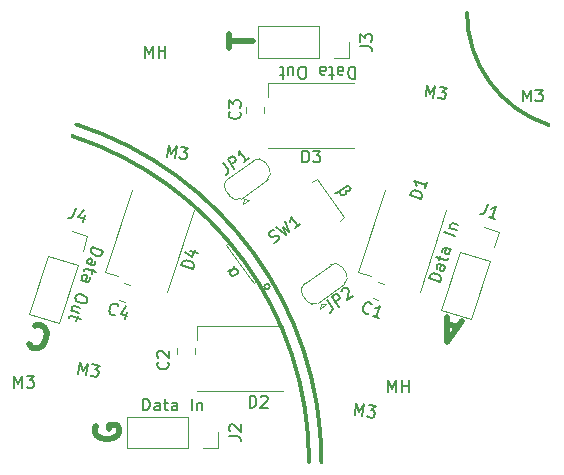
<source format=gbr>
%TF.GenerationSoftware,KiCad,Pcbnew,5.1.9*%
%TF.CreationDate,2021-02-12T10:51:01-05:00*%
%TF.ProjectId,penroserombus_thick_40mm,70656e72-6f73-4657-926f-6d6275735f74,rev?*%
%TF.SameCoordinates,Original*%
%TF.FileFunction,Legend,Top*%
%TF.FilePolarity,Positive*%
%FSLAX46Y46*%
G04 Gerber Fmt 4.6, Leading zero omitted, Abs format (unit mm)*
G04 Created by KiCad (PCBNEW 5.1.9) date 2021-02-12 10:51:01*
%MOMM*%
%LPD*%
G01*
G04 APERTURE LIST*
%ADD10C,0.150000*%
%ADD11C,0.500000*%
%ADD12C,0.300000*%
%ADD13C,0.120000*%
%ADD14C,0.200000*%
%ADD15C,3.200000*%
%ADD16C,1.150000*%
%ADD17C,0.100000*%
%ADD18R,1.700000X1.700000*%
%ADD19O,1.700000X1.700000*%
%ADD20R,1.500000X1.000000*%
G04 APERTURE END LIST*
D10*
X143002305Y-97878903D02*
X143471521Y-97714580D01*
X143576560Y-97697125D01*
X143643074Y-97707659D01*
X143737578Y-97756719D01*
X143793558Y-97833768D01*
X143811013Y-97938807D01*
X143800478Y-98005322D01*
X143712894Y-98127816D01*
X143558795Y-98239775D01*
X143415232Y-98285219D01*
X143348717Y-98274684D01*
X143254213Y-98225625D01*
X143198234Y-98148576D01*
X143180779Y-98043537D01*
X143191314Y-97977022D01*
X143240373Y-97882518D01*
X143482056Y-97648065D01*
X143531115Y-97553561D01*
X143513660Y-97448522D01*
X153000576Y-91067132D02*
X153018031Y-91172171D01*
X153007496Y-91238685D01*
X152958436Y-91333190D01*
X152804338Y-91445149D01*
X152699299Y-91462604D01*
X152632784Y-91452069D01*
X152538280Y-91403009D01*
X152454311Y-91287435D01*
X152436856Y-91182396D01*
X152447391Y-91115882D01*
X152044690Y-91290741D02*
X152111204Y-91301276D01*
X152216243Y-91283821D01*
X153063785Y-90668046D01*
X153168824Y-90650591D01*
X153263328Y-90699650D01*
X153347297Y-90815224D01*
X153364752Y-90920263D01*
X153315693Y-91014767D01*
X153200119Y-91098737D01*
X153095080Y-91116191D01*
X153000576Y-91067132D01*
X152944596Y-90990083D01*
X160940339Y-98806078D02*
X159989283Y-98497061D01*
X160062858Y-98270619D01*
X160152292Y-98149469D01*
X160272299Y-98088323D01*
X160377591Y-98072464D01*
X160573460Y-98086036D01*
X160709325Y-98130182D01*
X160875763Y-98234330D01*
X160951625Y-98309049D01*
X161012772Y-98429056D01*
X161013915Y-98579636D01*
X160940339Y-98806078D01*
X161381792Y-97447426D02*
X160883620Y-97285560D01*
X160778328Y-97301418D01*
X160703609Y-97377280D01*
X160644749Y-97558434D01*
X160660607Y-97663726D01*
X161336504Y-97432711D02*
X161352362Y-97538003D01*
X161278787Y-97764445D01*
X161204068Y-97840307D01*
X161098776Y-97856165D01*
X161008199Y-97826735D01*
X160932337Y-97752016D01*
X160916479Y-97646724D01*
X160990055Y-97420282D01*
X160974197Y-97314990D01*
X160850760Y-96924396D02*
X160968481Y-96562089D01*
X160577887Y-96685525D02*
X161393078Y-96950397D01*
X161498370Y-96934539D01*
X161573088Y-96858677D01*
X161602519Y-96768100D01*
X161837960Y-96043486D02*
X161339788Y-95881620D01*
X161234496Y-95897478D01*
X161159777Y-95973340D01*
X161100917Y-96154493D01*
X161116775Y-96259785D01*
X161792672Y-96028771D02*
X161808530Y-96134062D01*
X161734954Y-96360504D01*
X161660236Y-96436366D01*
X161554944Y-96452224D01*
X161464367Y-96422794D01*
X161388505Y-96348076D01*
X161372647Y-96242784D01*
X161446223Y-96016342D01*
X161430364Y-95911050D01*
X162220553Y-94865987D02*
X161269496Y-94556970D01*
X161733666Y-94207092D02*
X162367704Y-94413103D01*
X161824243Y-94236522D02*
X161793669Y-94176518D01*
X161777811Y-94071227D01*
X161821956Y-93935361D01*
X161896675Y-93859500D01*
X162001967Y-93843641D01*
X162500139Y-94005507D01*
X131463241Y-95849460D02*
X132414297Y-96158477D01*
X132340722Y-96384919D01*
X132251288Y-96506069D01*
X132131281Y-96567216D01*
X132025989Y-96583074D01*
X131830121Y-96569502D01*
X131694255Y-96525356D01*
X131527817Y-96421208D01*
X131451955Y-96346489D01*
X131390808Y-96226482D01*
X131389665Y-96075902D01*
X131463241Y-95849460D01*
X131021788Y-97208112D02*
X131519960Y-97369978D01*
X131625252Y-97354120D01*
X131699971Y-97278258D01*
X131758831Y-97097104D01*
X131742973Y-96991812D01*
X131067076Y-97222827D02*
X131051218Y-97117535D01*
X131124794Y-96891093D01*
X131199512Y-96815231D01*
X131304804Y-96799373D01*
X131395381Y-96828803D01*
X131471243Y-96903522D01*
X131487101Y-97008814D01*
X131413525Y-97235256D01*
X131429384Y-97340548D01*
X131552820Y-97731142D02*
X131435099Y-98093449D01*
X131825694Y-97970013D02*
X131010502Y-97705141D01*
X130905210Y-97720999D01*
X130830492Y-97796861D01*
X130801062Y-97887438D01*
X130565620Y-98612052D02*
X131063792Y-98773919D01*
X131169084Y-98758060D01*
X131243803Y-98682199D01*
X131302663Y-98501045D01*
X131286805Y-98395753D01*
X130610908Y-98626768D02*
X130595050Y-98521476D01*
X130668626Y-98295034D01*
X130743344Y-98219172D01*
X130848636Y-98203314D01*
X130939213Y-98232744D01*
X131015075Y-98307462D01*
X131030933Y-98412754D01*
X130957357Y-98639196D01*
X130973216Y-98744488D01*
X131075224Y-100279722D02*
X131016363Y-100460875D01*
X130941645Y-100536737D01*
X130821638Y-100597884D01*
X130625769Y-100584312D01*
X130308750Y-100481306D01*
X130142312Y-100377157D01*
X130081165Y-100257150D01*
X130065307Y-100151858D01*
X130124167Y-99970705D01*
X130198886Y-99894843D01*
X130318893Y-99833696D01*
X130514761Y-99847268D01*
X130831780Y-99950274D01*
X130998219Y-100054423D01*
X131059365Y-100174430D01*
X131075224Y-100279722D01*
X130360897Y-101399503D02*
X129726860Y-101193492D01*
X130493333Y-100991907D02*
X129995161Y-100830041D01*
X129889869Y-100845899D01*
X129815150Y-100921761D01*
X129771005Y-101057626D01*
X129786863Y-101162918D01*
X129817436Y-101222922D01*
X130257892Y-101716522D02*
X130140171Y-102078829D01*
X130530765Y-101955393D02*
X129715574Y-101690521D01*
X129610282Y-101706379D01*
X129535563Y-101782241D01*
X129506133Y-101872818D01*
X153717238Y-80573619D02*
X153717238Y-81573619D01*
X153479142Y-81573619D01*
X153336285Y-81526000D01*
X153241047Y-81430761D01*
X153193428Y-81335523D01*
X153145809Y-81145047D01*
X153145809Y-81002190D01*
X153193428Y-80811714D01*
X153241047Y-80716476D01*
X153336285Y-80621238D01*
X153479142Y-80573619D01*
X153717238Y-80573619D01*
X152288666Y-80573619D02*
X152288666Y-81097428D01*
X152336285Y-81192666D01*
X152431523Y-81240285D01*
X152622000Y-81240285D01*
X152717238Y-81192666D01*
X152288666Y-80621238D02*
X152383904Y-80573619D01*
X152622000Y-80573619D01*
X152717238Y-80621238D01*
X152764857Y-80716476D01*
X152764857Y-80811714D01*
X152717238Y-80906952D01*
X152622000Y-80954571D01*
X152383904Y-80954571D01*
X152288666Y-81002190D01*
X151955333Y-81240285D02*
X151574380Y-81240285D01*
X151812476Y-81573619D02*
X151812476Y-80716476D01*
X151764857Y-80621238D01*
X151669619Y-80573619D01*
X151574380Y-80573619D01*
X150812476Y-80573619D02*
X150812476Y-81097428D01*
X150860095Y-81192666D01*
X150955333Y-81240285D01*
X151145809Y-81240285D01*
X151241047Y-81192666D01*
X150812476Y-80621238D02*
X150907714Y-80573619D01*
X151145809Y-80573619D01*
X151241047Y-80621238D01*
X151288666Y-80716476D01*
X151288666Y-80811714D01*
X151241047Y-80906952D01*
X151145809Y-80954571D01*
X150907714Y-80954571D01*
X150812476Y-81002190D01*
X149383904Y-81573619D02*
X149193428Y-81573619D01*
X149098190Y-81526000D01*
X149002952Y-81430761D01*
X148955333Y-81240285D01*
X148955333Y-80906952D01*
X149002952Y-80716476D01*
X149098190Y-80621238D01*
X149193428Y-80573619D01*
X149383904Y-80573619D01*
X149479142Y-80621238D01*
X149574380Y-80716476D01*
X149622000Y-80906952D01*
X149622000Y-81240285D01*
X149574380Y-81430761D01*
X149479142Y-81526000D01*
X149383904Y-81573619D01*
X148098190Y-81240285D02*
X148098190Y-80573619D01*
X148526761Y-81240285D02*
X148526761Y-80716476D01*
X148479142Y-80621238D01*
X148383904Y-80573619D01*
X148241047Y-80573619D01*
X148145809Y-80621238D01*
X148098190Y-80668857D01*
X147764857Y-81240285D02*
X147383904Y-81240285D01*
X147622000Y-81573619D02*
X147622000Y-80716476D01*
X147574380Y-80621238D01*
X147479142Y-80573619D01*
X147383904Y-80573619D01*
X135779190Y-109672380D02*
X135779190Y-108672380D01*
X136017285Y-108672380D01*
X136160142Y-108720000D01*
X136255380Y-108815238D01*
X136303000Y-108910476D01*
X136350619Y-109100952D01*
X136350619Y-109243809D01*
X136303000Y-109434285D01*
X136255380Y-109529523D01*
X136160142Y-109624761D01*
X136017285Y-109672380D01*
X135779190Y-109672380D01*
X137207761Y-109672380D02*
X137207761Y-109148571D01*
X137160142Y-109053333D01*
X137064904Y-109005714D01*
X136874428Y-109005714D01*
X136779190Y-109053333D01*
X137207761Y-109624761D02*
X137112523Y-109672380D01*
X136874428Y-109672380D01*
X136779190Y-109624761D01*
X136731571Y-109529523D01*
X136731571Y-109434285D01*
X136779190Y-109339047D01*
X136874428Y-109291428D01*
X137112523Y-109291428D01*
X137207761Y-109243809D01*
X137541095Y-109005714D02*
X137922047Y-109005714D01*
X137683952Y-108672380D02*
X137683952Y-109529523D01*
X137731571Y-109624761D01*
X137826809Y-109672380D01*
X137922047Y-109672380D01*
X138683952Y-109672380D02*
X138683952Y-109148571D01*
X138636333Y-109053333D01*
X138541095Y-109005714D01*
X138350619Y-109005714D01*
X138255380Y-109053333D01*
X138683952Y-109624761D02*
X138588714Y-109672380D01*
X138350619Y-109672380D01*
X138255380Y-109624761D01*
X138207761Y-109529523D01*
X138207761Y-109434285D01*
X138255380Y-109339047D01*
X138350619Y-109291428D01*
X138588714Y-109291428D01*
X138683952Y-109243809D01*
X139922047Y-109672380D02*
X139922047Y-108672380D01*
X140398238Y-109005714D02*
X140398238Y-109672380D01*
X140398238Y-109100952D02*
X140445857Y-109053333D01*
X140541095Y-109005714D01*
X140683952Y-109005714D01*
X140779190Y-109053333D01*
X140826809Y-109148571D01*
X140826809Y-109672380D01*
D11*
X162430089Y-102623932D02*
X161524321Y-102329630D01*
X162787824Y-102139331D02*
X161535752Y-103835433D01*
X161519749Y-101727308D01*
X143100561Y-78981228D02*
X143100561Y-77838371D01*
X145100561Y-78409800D02*
X143100561Y-78409800D01*
X126631977Y-102507377D02*
X126751984Y-102446231D01*
X127053144Y-102443944D01*
X127234298Y-102502805D01*
X127476598Y-102681672D01*
X127598891Y-102921686D01*
X127630608Y-103132270D01*
X127603464Y-103524007D01*
X127515173Y-103795738D01*
X127306876Y-104128615D01*
X127157439Y-104280338D01*
X126917425Y-104402631D01*
X126616264Y-104404918D01*
X126435110Y-104346057D01*
X126192810Y-104167190D01*
X126131663Y-104047183D01*
X131842000Y-110982190D02*
X131746761Y-111172666D01*
X131746761Y-111458380D01*
X131842000Y-111744095D01*
X132032476Y-111934571D01*
X132222952Y-112029809D01*
X132603904Y-112125047D01*
X132889619Y-112125047D01*
X133270571Y-112029809D01*
X133461047Y-111934571D01*
X133651523Y-111744095D01*
X133746761Y-111458380D01*
X133746761Y-111267904D01*
X133651523Y-110982190D01*
X133556285Y-110886952D01*
X132889619Y-110886952D01*
X132889619Y-111267904D01*
D12*
X129813113Y-86447621D02*
G75*
G02*
X149851620Y-114028260I-8961493J-27580639D01*
G01*
X130137581Y-85449012D02*
G75*
G02*
X150901620Y-114028260I-9285961J-28579248D01*
G01*
X170125219Y-85487055D02*
G75*
G02*
X163222299Y-75986000I3087080J9501055D01*
G01*
D13*
%TO.C,C4*%
X134260338Y-100474758D02*
X133763407Y-100313295D01*
X134714593Y-99076705D02*
X134217662Y-98915242D01*
%TO.C,C2*%
X140181000Y-104909252D02*
X140181000Y-104386748D01*
X138711000Y-104909252D02*
X138711000Y-104386748D01*
%TO.C,SW1*%
X145565248Y-98604121D02*
X145160740Y-98898014D01*
X145160740Y-98898014D02*
X144866847Y-98493505D01*
X144866847Y-98493505D02*
X142809599Y-95661946D01*
X142809599Y-95661946D02*
X143011853Y-95515000D01*
X152441893Y-93607947D02*
X152846401Y-93314054D01*
X152846401Y-93314054D02*
X150495260Y-90077986D01*
X150495260Y-90077986D02*
X150090752Y-90371879D01*
D14*
X146520116Y-99185290D02*
G75*
G03*
X146520116Y-99185290I-223607J0D01*
G01*
D13*
%TO.C,C1*%
X155723338Y-100347758D02*
X155226407Y-100186295D01*
X156177593Y-98949705D02*
X155680662Y-98788242D01*
%TO.C,J1*%
X162604278Y-96237800D02*
X165134089Y-97059785D01*
X162604278Y-96237800D02*
X161015931Y-101126231D01*
X161015931Y-101126231D02*
X163545741Y-101948216D01*
X165134089Y-97059785D02*
X163545741Y-101948216D01*
X165937533Y-94587038D02*
X165526540Y-95851944D01*
X164672628Y-94176046D02*
X165937533Y-94587038D01*
%TO.C,J2*%
X142181620Y-111528260D02*
X142181620Y-112858260D01*
X142181620Y-112858260D02*
X140851620Y-112858260D01*
X139581620Y-112858260D02*
X134441620Y-112858260D01*
X134441620Y-110198260D02*
X134441620Y-112858260D01*
X139581620Y-110198260D02*
X134441620Y-110198260D01*
X139581620Y-110198260D02*
X139581620Y-112858260D01*
%TO.C,J3*%
X153273635Y-78486676D02*
X153273635Y-79816676D01*
X153273635Y-79816676D02*
X151943635Y-79816676D01*
X150673635Y-79816676D02*
X145533635Y-79816676D01*
X145533635Y-77156676D02*
X145533635Y-79816676D01*
X150673635Y-77156676D02*
X145533635Y-77156676D01*
X150673635Y-77156676D02*
X150673635Y-79816676D01*
%TO.C,J4*%
X127752244Y-96576521D02*
X130282055Y-97398506D01*
X127752244Y-96576521D02*
X126163897Y-101464952D01*
X126163897Y-101464952D02*
X128693707Y-102286937D01*
X130282055Y-97398506D02*
X128693707Y-102286937D01*
X131085499Y-94925759D02*
X130674506Y-96190665D01*
X129820594Y-94514767D02*
X131085499Y-94925759D01*
%TO.C,JP1*%
X144351800Y-91772084D02*
X144770841Y-91838453D01*
X144285430Y-92191124D02*
X144770841Y-91838453D01*
X144351800Y-91772084D02*
X144285430Y-92191124D01*
X143135129Y-91543586D02*
X142782458Y-91058176D01*
X146337687Y-90082039D02*
X144072439Y-91727837D01*
X146099427Y-88648256D02*
X146452098Y-89133666D01*
X142896869Y-90109803D02*
X145162117Y-88464005D01*
X142782457Y-91058175D02*
G75*
G02*
X142937320Y-90080414I566312J411449D01*
G01*
X144112891Y-91698448D02*
G75*
G02*
X143135129Y-91543586I-411450J566312D01*
G01*
X146452099Y-89133667D02*
G75*
G02*
X146297236Y-90111428I-566312J-411449D01*
G01*
X145121665Y-88493394D02*
G75*
G02*
X146099427Y-88648256I411450J-566312D01*
G01*
%TO.C,JP2*%
X149409591Y-98972282D02*
X151674839Y-97326484D01*
X152612149Y-97510735D02*
X152964820Y-97996145D01*
X152850409Y-98944518D02*
X150585161Y-100590316D01*
X149647851Y-100406065D02*
X149295180Y-99920655D01*
X150864522Y-100634563D02*
X150798152Y-101053603D01*
X150798152Y-101053603D02*
X151283563Y-100700932D01*
X150864522Y-100634563D02*
X151283563Y-100700932D01*
X151634387Y-97355873D02*
G75*
G02*
X152612149Y-97510735I411450J-566312D01*
G01*
X152964821Y-97996146D02*
G75*
G02*
X152809958Y-98973907I-566312J-411449D01*
G01*
X150625613Y-100560927D02*
G75*
G02*
X149647851Y-100406065I-411450J566312D01*
G01*
X149295179Y-99920654D02*
G75*
G02*
X149450042Y-98942893I566312J411449D01*
G01*
%TO.C,C3*%
X146023000Y-84462252D02*
X146023000Y-83939748D01*
X144553000Y-84462252D02*
X144553000Y-83939748D01*
%TO.C,D1*%
X153994308Y-97953255D02*
X155088023Y-98308624D01*
X156250132Y-91010542D02*
X153994308Y-97953255D01*
X161480942Y-92710135D02*
X159225118Y-99652848D01*
%TO.C,D2*%
X147682407Y-108039119D02*
X140382407Y-108039119D01*
X147682407Y-102539119D02*
X140382407Y-102539119D01*
X140382407Y-102539119D02*
X140382407Y-103689119D01*
%TO.C,D3*%
X153681513Y-87475141D02*
X146381513Y-87475141D01*
X153681513Y-81975141D02*
X146381513Y-81975141D01*
X146381513Y-81975141D02*
X146381513Y-83125141D01*
%TO.C,D4*%
X132582977Y-97953255D02*
X133676692Y-98308624D01*
X134838801Y-91010542D02*
X132582977Y-97953255D01*
X140069611Y-92710135D02*
X137813787Y-99652848D01*
%TO.C,M3*%
D10*
X153706529Y-110042767D02*
X153862964Y-109055079D01*
X154080454Y-109812716D01*
X154521423Y-109159369D01*
X154364988Y-110147057D01*
X154897685Y-109218963D02*
X155509111Y-109315803D01*
X155120287Y-109639921D01*
X155261386Y-109662268D01*
X155348002Y-109724200D01*
X155387586Y-109778682D01*
X155419720Y-109880197D01*
X155382474Y-110115360D01*
X155320542Y-110201977D01*
X155266060Y-110241560D01*
X155164545Y-110273695D01*
X154882349Y-110228999D01*
X154795732Y-110167068D01*
X154756149Y-110112586D01*
X137822913Y-88180845D02*
X137979348Y-87193157D01*
X138196838Y-87950794D01*
X138637807Y-87297447D01*
X138481372Y-88285135D01*
X139014069Y-87357041D02*
X139625495Y-87453881D01*
X139236671Y-87777999D01*
X139377770Y-87800346D01*
X139464386Y-87862278D01*
X139503970Y-87916760D01*
X139536104Y-88018275D01*
X139498858Y-88253438D01*
X139436926Y-88340055D01*
X139382444Y-88379638D01*
X139280929Y-88411773D01*
X138998733Y-88367077D01*
X138912116Y-88305146D01*
X138872533Y-88250664D01*
X130320674Y-106593773D02*
X130477109Y-105606085D01*
X130694599Y-106363722D01*
X131135568Y-105710375D01*
X130979133Y-106698063D01*
X131511830Y-105769969D02*
X132123256Y-105866809D01*
X131734432Y-106190927D01*
X131875531Y-106213274D01*
X131962147Y-106275206D01*
X132001731Y-106329688D01*
X132033865Y-106431203D01*
X131996619Y-106666366D01*
X131934687Y-106752983D01*
X131880205Y-106792566D01*
X131778690Y-106824701D01*
X131496494Y-106780005D01*
X131409877Y-106718074D01*
X131370294Y-106663592D01*
X159721174Y-83073373D02*
X159877609Y-82085685D01*
X160095099Y-82843322D01*
X160536068Y-82189975D01*
X160379633Y-83177663D01*
X160912330Y-82249569D02*
X161523756Y-82346409D01*
X161134932Y-82670527D01*
X161276031Y-82692874D01*
X161362647Y-82754806D01*
X161402231Y-82809288D01*
X161434365Y-82910803D01*
X161397119Y-83145966D01*
X161335187Y-83232583D01*
X161280705Y-83272166D01*
X161179190Y-83304301D01*
X160896994Y-83259605D01*
X160810377Y-83197674D01*
X160770794Y-83143192D01*
X124896197Y-107753929D02*
X124896197Y-106753929D01*
X125229530Y-107468215D01*
X125562863Y-106753929D01*
X125562863Y-107753929D01*
X125943816Y-106753929D02*
X126562863Y-106753929D01*
X126229530Y-107134882D01*
X126372387Y-107134882D01*
X126467625Y-107182501D01*
X126515244Y-107230120D01*
X126562863Y-107325358D01*
X126562863Y-107563453D01*
X126515244Y-107658691D01*
X126467625Y-107706310D01*
X126372387Y-107753929D01*
X126086673Y-107753929D01*
X125991435Y-107706310D01*
X125943816Y-107658691D01*
X167973476Y-83510380D02*
X167973476Y-82510380D01*
X168306809Y-83224666D01*
X168640142Y-82510380D01*
X168640142Y-83510380D01*
X169021095Y-82510380D02*
X169640142Y-82510380D01*
X169306809Y-82891333D01*
X169449666Y-82891333D01*
X169544904Y-82938952D01*
X169592523Y-82986571D01*
X169640142Y-83081809D01*
X169640142Y-83319904D01*
X169592523Y-83415142D01*
X169544904Y-83462761D01*
X169449666Y-83510380D01*
X169163952Y-83510380D01*
X169068714Y-83462761D01*
X169021095Y-83415142D01*
%TO.C,MH*%
X156567766Y-108126539D02*
X156567766Y-107126539D01*
X156901099Y-107840825D01*
X157234432Y-107126539D01*
X157234432Y-108126539D01*
X157710623Y-108126539D02*
X157710623Y-107126539D01*
X157710623Y-107602730D02*
X158282051Y-107602730D01*
X158282051Y-108126539D02*
X158282051Y-107126539D01*
X135981868Y-79792481D02*
X135981868Y-78792481D01*
X136315201Y-79506767D01*
X136648534Y-78792481D01*
X136648534Y-79792481D01*
X137124725Y-79792481D02*
X137124725Y-78792481D01*
X137124725Y-79268672D02*
X137696153Y-79268672D01*
X137696153Y-79792481D02*
X137696153Y-78792481D01*
%TO.C,C4*%
X133450978Y-101580935D02*
X133390974Y-101611508D01*
X133240394Y-101612651D01*
X133149817Y-101583221D01*
X133028667Y-101493787D01*
X132967521Y-101373780D01*
X132951662Y-101268488D01*
X132965234Y-101072620D01*
X133009380Y-100936754D01*
X133113528Y-100770316D01*
X133188247Y-100694454D01*
X133308254Y-100633308D01*
X133458834Y-100632164D01*
X133549411Y-100661595D01*
X133670561Y-100751028D01*
X133701134Y-100811032D01*
X134442750Y-101302346D02*
X134236739Y-101936383D01*
X134334029Y-100866463D02*
X133886861Y-101472213D01*
X134475610Y-101663510D01*
%TO.C,C2*%
X137898142Y-105576666D02*
X137945761Y-105624285D01*
X137993380Y-105767142D01*
X137993380Y-105862380D01*
X137945761Y-106005238D01*
X137850523Y-106100476D01*
X137755285Y-106148095D01*
X137564809Y-106195714D01*
X137421952Y-106195714D01*
X137231476Y-106148095D01*
X137136238Y-106100476D01*
X137041000Y-106005238D01*
X136993380Y-105862380D01*
X136993380Y-105767142D01*
X137041000Y-105624285D01*
X137088619Y-105576666D01*
X137088619Y-105195714D02*
X137041000Y-105148095D01*
X136993380Y-105052857D01*
X136993380Y-104814761D01*
X137041000Y-104719523D01*
X137088619Y-104671904D01*
X137183857Y-104624285D01*
X137279095Y-104624285D01*
X137421952Y-104671904D01*
X137993380Y-105243333D01*
X137993380Y-104624285D01*
%TO.C,SW1*%
X146921183Y-95456932D02*
X147064747Y-95411488D01*
X147257370Y-95271539D01*
X147306429Y-95177035D01*
X147316964Y-95110520D01*
X147299509Y-95005481D01*
X147243530Y-94928432D01*
X147149026Y-94879373D01*
X147082511Y-94868838D01*
X146977472Y-94886293D01*
X146795384Y-94959727D01*
X146690345Y-94977182D01*
X146623831Y-94966647D01*
X146529326Y-94917588D01*
X146473347Y-94840539D01*
X146455892Y-94735500D01*
X146466427Y-94668985D01*
X146515486Y-94574481D01*
X146708109Y-94434532D01*
X146851673Y-94389087D01*
X147093356Y-94154634D02*
X147873764Y-94823702D01*
X147608016Y-94133874D01*
X148181961Y-94599784D01*
X147786799Y-93650818D01*
X149106552Y-93928030D02*
X148644256Y-94263907D01*
X148875404Y-94095968D02*
X148287619Y-93286951D01*
X148294539Y-93458505D01*
X148273469Y-93591534D01*
X148224410Y-93686038D01*
%TO.C,C1*%
X154913978Y-101453935D02*
X154853974Y-101484508D01*
X154703394Y-101485651D01*
X154612817Y-101456221D01*
X154491667Y-101366787D01*
X154430521Y-101246780D01*
X154414662Y-101141488D01*
X154428234Y-100945620D01*
X154472380Y-100809754D01*
X154576528Y-100643316D01*
X154651247Y-100567454D01*
X154771254Y-100506308D01*
X154921834Y-100505164D01*
X155012411Y-100534595D01*
X155133561Y-100624028D01*
X155164134Y-100684032D01*
X155790316Y-101838813D02*
X155246855Y-101662232D01*
X155518585Y-101750523D02*
X155827602Y-100799466D01*
X155692880Y-100905901D01*
X155572873Y-100967048D01*
X155467581Y-100982906D01*
%TO.C,J1*%
X164969816Y-92182701D02*
X164749090Y-92862027D01*
X164659656Y-92983177D01*
X164539649Y-93044324D01*
X164389069Y-93045467D01*
X164298492Y-93016037D01*
X165611856Y-93442775D02*
X165068395Y-93266194D01*
X165340125Y-93354484D02*
X165649142Y-92403428D01*
X165514420Y-92509863D01*
X165394413Y-92571009D01*
X165289121Y-92586867D01*
%TO.C,J2*%
X143074000Y-111861593D02*
X143788286Y-111861593D01*
X143931143Y-111909212D01*
X144026381Y-112004450D01*
X144074000Y-112147307D01*
X144074000Y-112242545D01*
X143169239Y-111433021D02*
X143121620Y-111385402D01*
X143074000Y-111290164D01*
X143074000Y-111052069D01*
X143121620Y-110956831D01*
X143169239Y-110909212D01*
X143264477Y-110861593D01*
X143359715Y-110861593D01*
X143502572Y-110909212D01*
X144074000Y-111480640D01*
X144074000Y-110861593D01*
%TO.C,J3*%
X154166015Y-78820009D02*
X154880301Y-78820009D01*
X155023158Y-78867628D01*
X155118396Y-78962866D01*
X155166015Y-79105723D01*
X155166015Y-79200961D01*
X154166015Y-78439056D02*
X154166015Y-77820009D01*
X154546968Y-78153342D01*
X154546968Y-78010485D01*
X154594587Y-77915247D01*
X154642206Y-77867628D01*
X154737444Y-77820009D01*
X154975539Y-77820009D01*
X155070777Y-77867628D01*
X155118396Y-77915247D01*
X155166015Y-78010485D01*
X155166015Y-78296199D01*
X155118396Y-78391437D01*
X155070777Y-78439056D01*
%TO.C,J4*%
X130117782Y-92521422D02*
X129897056Y-93200748D01*
X129807622Y-93321898D01*
X129687615Y-93383045D01*
X129537035Y-93384188D01*
X129446458Y-93354758D01*
X130875256Y-93118028D02*
X130669245Y-93752065D01*
X130766535Y-92682145D02*
X130319367Y-93287896D01*
X130908116Y-93479192D01*
%TO.C,JP1*%
X142563201Y-88686477D02*
X142983048Y-89264347D01*
X143028493Y-89407910D01*
X143007423Y-89540939D01*
X142919839Y-89663433D01*
X142842790Y-89719413D01*
X143536233Y-89215597D02*
X142948447Y-88406580D01*
X143256644Y-88182661D01*
X143361683Y-88165207D01*
X143428198Y-88175741D01*
X143522702Y-88224801D01*
X143606671Y-88340375D01*
X143624126Y-88445414D01*
X143613591Y-88511928D01*
X143564532Y-88606432D01*
X143256335Y-88830350D01*
X144769021Y-88319924D02*
X144306725Y-88655801D01*
X144537873Y-88487863D02*
X143950088Y-87678846D01*
X143957008Y-87850399D01*
X143935938Y-87983428D01*
X143886878Y-88077932D01*
%TO.C,JP2*%
X151378536Y-100351387D02*
X151798383Y-100929257D01*
X151843828Y-101072820D01*
X151822758Y-101205849D01*
X151735174Y-101328343D01*
X151658125Y-101384323D01*
X152351568Y-100880507D02*
X151763782Y-100071490D01*
X152071979Y-99847571D01*
X152177018Y-99830117D01*
X152243533Y-99840651D01*
X152338037Y-99889711D01*
X152422006Y-100005285D01*
X152439461Y-100110324D01*
X152428926Y-100176838D01*
X152379867Y-100271342D01*
X152071670Y-100495260D01*
X152590254Y-99588743D02*
X152600789Y-99522229D01*
X152649849Y-99427725D01*
X152842472Y-99287776D01*
X152947511Y-99270321D01*
X153014025Y-99280856D01*
X153108529Y-99329915D01*
X153164509Y-99406965D01*
X153209954Y-99550528D01*
X153083535Y-100348701D01*
X153584356Y-99984834D01*
%TO.C,C3*%
X143965142Y-84367666D02*
X144012761Y-84415285D01*
X144060380Y-84558142D01*
X144060380Y-84653380D01*
X144012761Y-84796238D01*
X143917523Y-84891476D01*
X143822285Y-84939095D01*
X143631809Y-84986714D01*
X143488952Y-84986714D01*
X143298476Y-84939095D01*
X143203238Y-84891476D01*
X143108000Y-84796238D01*
X143060380Y-84653380D01*
X143060380Y-84558142D01*
X143108000Y-84415285D01*
X143155619Y-84367666D01*
X143060380Y-84034333D02*
X143060380Y-83415285D01*
X143441333Y-83748619D01*
X143441333Y-83605761D01*
X143488952Y-83510523D01*
X143536571Y-83462904D01*
X143631809Y-83415285D01*
X143869904Y-83415285D01*
X143965142Y-83462904D01*
X144012761Y-83510523D01*
X144060380Y-83605761D01*
X144060380Y-83891476D01*
X144012761Y-83986714D01*
X143965142Y-84034333D01*
%TO.C,D1*%
X159333155Y-91773763D02*
X158382099Y-91464746D01*
X158455674Y-91238304D01*
X158545108Y-91117154D01*
X158665115Y-91056007D01*
X158770407Y-91040149D01*
X158966276Y-91053721D01*
X159102141Y-91097866D01*
X159268579Y-91202015D01*
X159344441Y-91276734D01*
X159405588Y-91396741D01*
X159406731Y-91547321D01*
X159333155Y-91773763D01*
X159804038Y-90324534D02*
X159627457Y-90867995D01*
X159715748Y-90596265D02*
X158764691Y-90287248D01*
X158871126Y-90421970D01*
X158932273Y-90541977D01*
X158948131Y-90647269D01*
%TO.C,D2*%
X144809691Y-109425239D02*
X144809691Y-108425239D01*
X145047787Y-108425239D01*
X145190644Y-108472859D01*
X145285882Y-108568097D01*
X145333501Y-108663335D01*
X145381120Y-108853811D01*
X145381120Y-108996668D01*
X145333501Y-109187144D01*
X145285882Y-109282382D01*
X145190644Y-109377620D01*
X145047787Y-109425239D01*
X144809691Y-109425239D01*
X145762072Y-108520478D02*
X145809691Y-108472859D01*
X145904929Y-108425239D01*
X146143025Y-108425239D01*
X146238263Y-108472859D01*
X146285882Y-108520478D01*
X146333501Y-108615716D01*
X146333501Y-108710954D01*
X146285882Y-108853811D01*
X145714453Y-109425239D01*
X146333501Y-109425239D01*
%TO.C,D3*%
X149293417Y-88677521D02*
X149293417Y-87677521D01*
X149531513Y-87677521D01*
X149674370Y-87725141D01*
X149769608Y-87820379D01*
X149817227Y-87915617D01*
X149864846Y-88106093D01*
X149864846Y-88248950D01*
X149817227Y-88439426D01*
X149769608Y-88534664D01*
X149674370Y-88629902D01*
X149531513Y-88677521D01*
X149293417Y-88677521D01*
X150198179Y-87677521D02*
X150817227Y-87677521D01*
X150483893Y-88058474D01*
X150626751Y-88058474D01*
X150721989Y-88106093D01*
X150769608Y-88153712D01*
X150817227Y-88248950D01*
X150817227Y-88487045D01*
X150769608Y-88582283D01*
X150721989Y-88629902D01*
X150626751Y-88677521D01*
X150341036Y-88677521D01*
X150245798Y-88629902D01*
X150198179Y-88582283D01*
%TO.C,D4*%
X140001981Y-97699176D02*
X139050925Y-97390159D01*
X139124500Y-97163717D01*
X139213934Y-97042567D01*
X139333941Y-96981420D01*
X139439233Y-96965562D01*
X139635102Y-96979134D01*
X139770967Y-97023279D01*
X139937405Y-97127428D01*
X140013267Y-97202147D01*
X140074414Y-97322154D01*
X140075557Y-97472734D01*
X140001981Y-97699176D01*
X139809397Y-96134513D02*
X140443434Y-96340524D01*
X139373514Y-96243234D02*
X139979264Y-96690402D01*
X140170561Y-96101653D01*
%TD*%
%LPC*%
D15*
%TO.C,M3*%
X154973768Y-105938091D03*
%TD*%
%TO.C,M3*%
X139090152Y-84076169D03*
%TD*%
%TO.C,M3*%
X133795891Y-104623696D03*
%TD*%
%TO.C,M3*%
X160268028Y-85390564D03*
%TD*%
%TO.C,M3*%
X125705721Y-110501549D03*
%TD*%
%TO.C,M3*%
X168358198Y-79512711D03*
%TD*%
D16*
%TO.C,MH*%
X157324909Y-109174159D03*
%TD*%
%TO.C,MH*%
X136739011Y-80840101D03*
%TD*%
%TO.C,C4*%
G36*
G01*
X135931250Y-99745400D02*
X135637684Y-100648904D01*
G75*
G02*
X135322666Y-100809414I-237764J77254D01*
G01*
X134680702Y-100600828D01*
G75*
G02*
X134520192Y-100285810I77254J237764D01*
G01*
X134813758Y-99382306D01*
G75*
G02*
X135128776Y-99221796I237764J-77254D01*
G01*
X135770740Y-99430382D01*
G75*
G02*
X135931250Y-99745400I-77254J-237764D01*
G01*
G37*
G36*
G01*
X133957808Y-99104190D02*
X133664242Y-100007694D01*
G75*
G02*
X133349224Y-100168204I-237764J77254D01*
G01*
X132707260Y-99959618D01*
G75*
G02*
X132546750Y-99644600I77254J237764D01*
G01*
X132840316Y-98741096D01*
G75*
G02*
X133155334Y-98580586I237764J-77254D01*
G01*
X133797298Y-98789172D01*
G75*
G02*
X133957808Y-99104190I-77254J-237764D01*
G01*
G37*
%TD*%
%TO.C,C2*%
G36*
G01*
X139921000Y-106273000D02*
X138971000Y-106273000D01*
G75*
G02*
X138721000Y-106023000I0J250000D01*
G01*
X138721000Y-105348000D01*
G75*
G02*
X138971000Y-105098000I250000J0D01*
G01*
X139921000Y-105098000D01*
G75*
G02*
X140171000Y-105348000I0J-250000D01*
G01*
X140171000Y-106023000D01*
G75*
G02*
X139921000Y-106273000I-250000J0D01*
G01*
G37*
G36*
G01*
X139921000Y-104198000D02*
X138971000Y-104198000D01*
G75*
G02*
X138721000Y-103948000I0J250000D01*
G01*
X138721000Y-103273000D01*
G75*
G02*
X138971000Y-103023000I250000J0D01*
G01*
X139921000Y-103023000D01*
G75*
G02*
X140171000Y-103273000I0J-250000D01*
G01*
X140171000Y-103948000D01*
G75*
G02*
X139921000Y-104198000I-250000J0D01*
G01*
G37*
%TD*%
D17*
%TO.C,SW1*%
G36*
X149208099Y-91198574D02*
G01*
X148318180Y-91845137D01*
X147171999Y-90267554D01*
X148061918Y-89620991D01*
X149208099Y-91198574D01*
G37*
G36*
X147185557Y-92668037D02*
G01*
X146295638Y-93314600D01*
X145149457Y-91737017D01*
X146039376Y-91090454D01*
X147185557Y-92668037D01*
G37*
G36*
X145163014Y-94137500D02*
G01*
X144273095Y-94784063D01*
X143126914Y-93206480D01*
X144016833Y-92559917D01*
X145163014Y-94137500D01*
G37*
G36*
X152529086Y-95769520D02*
G01*
X151639167Y-96416083D01*
X150492986Y-94838500D01*
X151382905Y-94191937D01*
X152529086Y-95769520D01*
G37*
G36*
X150506543Y-97238983D02*
G01*
X149616624Y-97885546D01*
X148470443Y-96307963D01*
X149360362Y-95661400D01*
X150506543Y-97238983D01*
G37*
G36*
X148484001Y-98708446D02*
G01*
X147594082Y-99355009D01*
X146447901Y-97777426D01*
X147337820Y-97130863D01*
X148484001Y-98708446D01*
G37*
%TD*%
%TO.C,C1*%
G36*
G01*
X155420808Y-98977190D02*
X155127242Y-99880694D01*
G75*
G02*
X154812224Y-100041204I-237764J77254D01*
G01*
X154170260Y-99832618D01*
G75*
G02*
X154009750Y-99517600I77254J237764D01*
G01*
X154303316Y-98614096D01*
G75*
G02*
X154618334Y-98453586I237764J-77254D01*
G01*
X155260298Y-98662172D01*
G75*
G02*
X155420808Y-98977190I-77254J-237764D01*
G01*
G37*
G36*
G01*
X157394250Y-99618400D02*
X157100684Y-100521904D01*
G75*
G02*
X156785666Y-100682414I-237764J77254D01*
G01*
X156143702Y-100473828D01*
G75*
G02*
X155983192Y-100158810I77254J237764D01*
G01*
X156276758Y-99255306D01*
G75*
G02*
X156591776Y-99094796I237764J-77254D01*
G01*
X157233740Y-99303382D01*
G75*
G02*
X157394250Y-99618400I-77254J-237764D01*
G01*
G37*
%TD*%
%TO.C,J1*%
G36*
G01*
X161883431Y-100009654D02*
X161883431Y-100009654D01*
G75*
G02*
X162954493Y-99463920I808398J-262664D01*
G01*
X162954493Y-99463920D01*
G75*
G02*
X163500227Y-100534982I-262664J-808398D01*
G01*
X163500227Y-100534982D01*
G75*
G02*
X162429165Y-101080716I-808398J262664D01*
G01*
X162429165Y-101080716D01*
G75*
G02*
X161883431Y-100009654I262664J808398D01*
G01*
G37*
G36*
G01*
X162668334Y-97593971D02*
X162668334Y-97593971D01*
G75*
G02*
X163739396Y-97048237I808398J-262664D01*
G01*
X163739396Y-97048237D01*
G75*
G02*
X164285130Y-98119299I-262664J-808398D01*
G01*
X164285130Y-98119299D01*
G75*
G02*
X163214068Y-98665033I-808398J262664D01*
G01*
X163214068Y-98665033D01*
G75*
G02*
X162668334Y-97593971I262664J808398D01*
G01*
G37*
G36*
X163190573Y-95986685D02*
G01*
X163715901Y-94369889D01*
X165332697Y-94895217D01*
X164807369Y-96512013D01*
X163190573Y-95986685D01*
G37*
%TD*%
D18*
%TO.C,J2*%
X140851620Y-111528260D03*
D19*
X138311620Y-111528260D03*
X135771620Y-111528260D03*
%TD*%
D18*
%TO.C,J3*%
X151943635Y-78486676D03*
D19*
X149403635Y-78486676D03*
X146863635Y-78486676D03*
%TD*%
%TO.C,J4*%
G36*
G01*
X127031397Y-100348375D02*
X127031397Y-100348375D01*
G75*
G02*
X128102459Y-99802641I808398J-262664D01*
G01*
X128102459Y-99802641D01*
G75*
G02*
X128648193Y-100873703I-262664J-808398D01*
G01*
X128648193Y-100873703D01*
G75*
G02*
X127577131Y-101419437I-808398J262664D01*
G01*
X127577131Y-101419437D01*
G75*
G02*
X127031397Y-100348375I262664J808398D01*
G01*
G37*
G36*
G01*
X127816300Y-97932692D02*
X127816300Y-97932692D01*
G75*
G02*
X128887362Y-97386958I808398J-262664D01*
G01*
X128887362Y-97386958D01*
G75*
G02*
X129433096Y-98458020I-262664J-808398D01*
G01*
X129433096Y-98458020D01*
G75*
G02*
X128362034Y-99003754I-808398J262664D01*
G01*
X128362034Y-99003754D01*
G75*
G02*
X127816300Y-97932692I262664J808398D01*
G01*
G37*
D17*
G36*
X128338539Y-96325406D02*
G01*
X128863867Y-94708610D01*
X130480663Y-95233938D01*
X129955335Y-96850734D01*
X128338539Y-96325406D01*
G37*
%TD*%
%TO.C,JP1*%
G36*
X144653608Y-90996576D02*
G01*
X143771931Y-89783051D01*
X144580948Y-89195266D01*
X145462625Y-90408791D01*
X144653608Y-90996576D01*
G37*
G36*
X145228515Y-88725524D02*
G01*
X145248363Y-88711104D01*
X145290696Y-88686293D01*
X145335256Y-88665750D01*
X145381616Y-88649674D01*
X145429328Y-88638219D01*
X145477932Y-88631497D01*
X145526962Y-88629569D01*
X145575944Y-88632458D01*
X145624409Y-88640135D01*
X145671886Y-88652523D01*
X145717921Y-88669507D01*
X145762070Y-88690920D01*
X145803907Y-88716558D01*
X145843030Y-88746173D01*
X145879061Y-88779481D01*
X145911654Y-88816159D01*
X145926075Y-88836007D01*
X145926562Y-88835653D01*
X146220455Y-89240162D01*
X146219968Y-89240515D01*
X146234389Y-89260364D01*
X146259199Y-89302696D01*
X146279743Y-89347256D01*
X146295818Y-89393616D01*
X146307274Y-89441328D01*
X146313995Y-89489933D01*
X146315923Y-89538963D01*
X146313034Y-89587945D01*
X146305358Y-89636410D01*
X146292969Y-89683887D01*
X146275985Y-89729922D01*
X146254572Y-89774070D01*
X146228934Y-89815907D01*
X146199319Y-89855030D01*
X146166011Y-89891061D01*
X146129334Y-89923655D01*
X146109485Y-89938076D01*
X146109839Y-89938563D01*
X145664880Y-90261845D01*
X144783202Y-89048319D01*
X145228161Y-88725037D01*
X145228515Y-88725524D01*
G37*
G36*
X144451354Y-91143523D02*
G01*
X144006395Y-91466805D01*
X144006041Y-91466318D01*
X143986193Y-91480738D01*
X143943860Y-91505549D01*
X143899300Y-91526092D01*
X143852940Y-91542168D01*
X143805228Y-91553623D01*
X143756624Y-91560345D01*
X143707594Y-91562273D01*
X143658612Y-91559384D01*
X143610147Y-91551707D01*
X143562670Y-91539319D01*
X143516635Y-91522335D01*
X143472486Y-91500922D01*
X143430649Y-91475284D01*
X143391526Y-91445669D01*
X143355495Y-91412361D01*
X143322902Y-91375683D01*
X143308481Y-91355835D01*
X143307994Y-91356189D01*
X143014101Y-90951680D01*
X143014588Y-90951327D01*
X143000167Y-90931478D01*
X142975357Y-90889146D01*
X142954813Y-90844586D01*
X142938738Y-90798226D01*
X142927282Y-90750514D01*
X142920561Y-90701909D01*
X142918633Y-90652879D01*
X142921522Y-90603897D01*
X142929198Y-90555432D01*
X142941587Y-90507955D01*
X142958571Y-90461920D01*
X142979984Y-90417772D01*
X143005622Y-90375935D01*
X143035237Y-90336812D01*
X143068545Y-90300781D01*
X143105222Y-90268187D01*
X143125071Y-90253766D01*
X143124717Y-90253279D01*
X143569676Y-89929997D01*
X144451354Y-91143523D01*
G37*
%TD*%
%TO.C,JP2*%
G36*
X150964076Y-100006002D02*
G01*
X150519117Y-100329284D01*
X150518763Y-100328797D01*
X150498915Y-100343217D01*
X150456582Y-100368028D01*
X150412022Y-100388571D01*
X150365662Y-100404647D01*
X150317950Y-100416102D01*
X150269346Y-100422824D01*
X150220316Y-100424752D01*
X150171334Y-100421863D01*
X150122869Y-100414186D01*
X150075392Y-100401798D01*
X150029357Y-100384814D01*
X149985208Y-100363401D01*
X149943371Y-100337763D01*
X149904248Y-100308148D01*
X149868217Y-100274840D01*
X149835624Y-100238162D01*
X149821203Y-100218314D01*
X149820716Y-100218668D01*
X149526823Y-99814159D01*
X149527310Y-99813806D01*
X149512889Y-99793957D01*
X149488079Y-99751625D01*
X149467535Y-99707065D01*
X149451460Y-99660705D01*
X149440004Y-99612993D01*
X149433283Y-99564388D01*
X149431355Y-99515358D01*
X149434244Y-99466376D01*
X149441920Y-99417911D01*
X149454309Y-99370434D01*
X149471293Y-99324399D01*
X149492706Y-99280251D01*
X149518344Y-99238414D01*
X149547959Y-99199291D01*
X149581267Y-99163260D01*
X149617944Y-99130666D01*
X149637793Y-99116245D01*
X149637439Y-99115758D01*
X150082398Y-98792476D01*
X150964076Y-100006002D01*
G37*
G36*
X151741237Y-97588003D02*
G01*
X151761085Y-97573583D01*
X151803418Y-97548772D01*
X151847978Y-97528229D01*
X151894338Y-97512153D01*
X151942050Y-97500698D01*
X151990654Y-97493976D01*
X152039684Y-97492048D01*
X152088666Y-97494937D01*
X152137131Y-97502614D01*
X152184608Y-97515002D01*
X152230643Y-97531986D01*
X152274792Y-97553399D01*
X152316629Y-97579037D01*
X152355752Y-97608652D01*
X152391783Y-97641960D01*
X152424376Y-97678638D01*
X152438797Y-97698486D01*
X152439284Y-97698132D01*
X152733177Y-98102641D01*
X152732690Y-98102994D01*
X152747111Y-98122843D01*
X152771921Y-98165175D01*
X152792465Y-98209735D01*
X152808540Y-98256095D01*
X152819996Y-98303807D01*
X152826717Y-98352412D01*
X152828645Y-98401442D01*
X152825756Y-98450424D01*
X152818080Y-98498889D01*
X152805691Y-98546366D01*
X152788707Y-98592401D01*
X152767294Y-98636549D01*
X152741656Y-98678386D01*
X152712041Y-98717509D01*
X152678733Y-98753540D01*
X152642056Y-98786134D01*
X152622207Y-98800555D01*
X152622561Y-98801042D01*
X152177602Y-99124324D01*
X151295924Y-97910798D01*
X151740883Y-97587516D01*
X151741237Y-97588003D01*
G37*
G36*
X151166330Y-99859055D02*
G01*
X150284653Y-98645530D01*
X151093670Y-98057745D01*
X151975347Y-99271270D01*
X151166330Y-99859055D01*
G37*
%TD*%
%TO.C,C3*%
G36*
G01*
X145763000Y-83751000D02*
X144813000Y-83751000D01*
G75*
G02*
X144563000Y-83501000I0J250000D01*
G01*
X144563000Y-82826000D01*
G75*
G02*
X144813000Y-82576000I250000J0D01*
G01*
X145763000Y-82576000D01*
G75*
G02*
X146013000Y-82826000I0J-250000D01*
G01*
X146013000Y-83501000D01*
G75*
G02*
X145763000Y-83751000I-250000J0D01*
G01*
G37*
G36*
G01*
X145763000Y-85826000D02*
X144813000Y-85826000D01*
G75*
G02*
X144563000Y-85576000I0J250000D01*
G01*
X144563000Y-84901000D01*
G75*
G02*
X144813000Y-84651000I250000J0D01*
G01*
X145763000Y-84651000D01*
G75*
G02*
X146013000Y-84901000I0J-250000D01*
G01*
X146013000Y-85576000D01*
G75*
G02*
X145763000Y-85826000I-250000J0D01*
G01*
G37*
%TD*%
%TO.C,D1*%
G36*
X159772641Y-92628233D02*
G01*
X160723698Y-92937250D01*
X160260173Y-94363835D01*
X159309116Y-94054818D01*
X159772641Y-92628233D01*
G37*
G36*
X156729260Y-91639378D02*
G01*
X157680317Y-91948395D01*
X157216792Y-93374980D01*
X156265735Y-93065963D01*
X156729260Y-91639378D01*
G37*
G36*
X158258458Y-97288410D02*
G01*
X159209515Y-97597427D01*
X158745990Y-99024012D01*
X157794933Y-98714995D01*
X158258458Y-97288410D01*
G37*
G36*
X155215077Y-96299555D02*
G01*
X156166134Y-96608572D01*
X155702609Y-98035157D01*
X154751552Y-97726140D01*
X155215077Y-96299555D01*
G37*
%TD*%
D20*
%TO.C,D2*%
X141582407Y-103689119D03*
X141582407Y-106889119D03*
X146482407Y-103689119D03*
X146482407Y-106889119D03*
%TD*%
%TO.C,D3*%
X147581513Y-83125141D03*
X147581513Y-86325141D03*
X152481513Y-83125141D03*
X152481513Y-86325141D03*
%TD*%
D17*
%TO.C,D4*%
G36*
X138361310Y-92628233D02*
G01*
X139312367Y-92937250D01*
X138848842Y-94363835D01*
X137897785Y-94054818D01*
X138361310Y-92628233D01*
G37*
G36*
X135317929Y-91639378D02*
G01*
X136268986Y-91948395D01*
X135805461Y-93374980D01*
X134854404Y-93065963D01*
X135317929Y-91639378D01*
G37*
G36*
X136847127Y-97288410D02*
G01*
X137798184Y-97597427D01*
X137334659Y-99024012D01*
X136383602Y-98714995D01*
X136847127Y-97288410D01*
G37*
G36*
X133803746Y-96299555D02*
G01*
X134754803Y-96608572D01*
X134291278Y-98035157D01*
X133340221Y-97726140D01*
X133803746Y-96299555D01*
G37*
%TD*%
M02*

</source>
